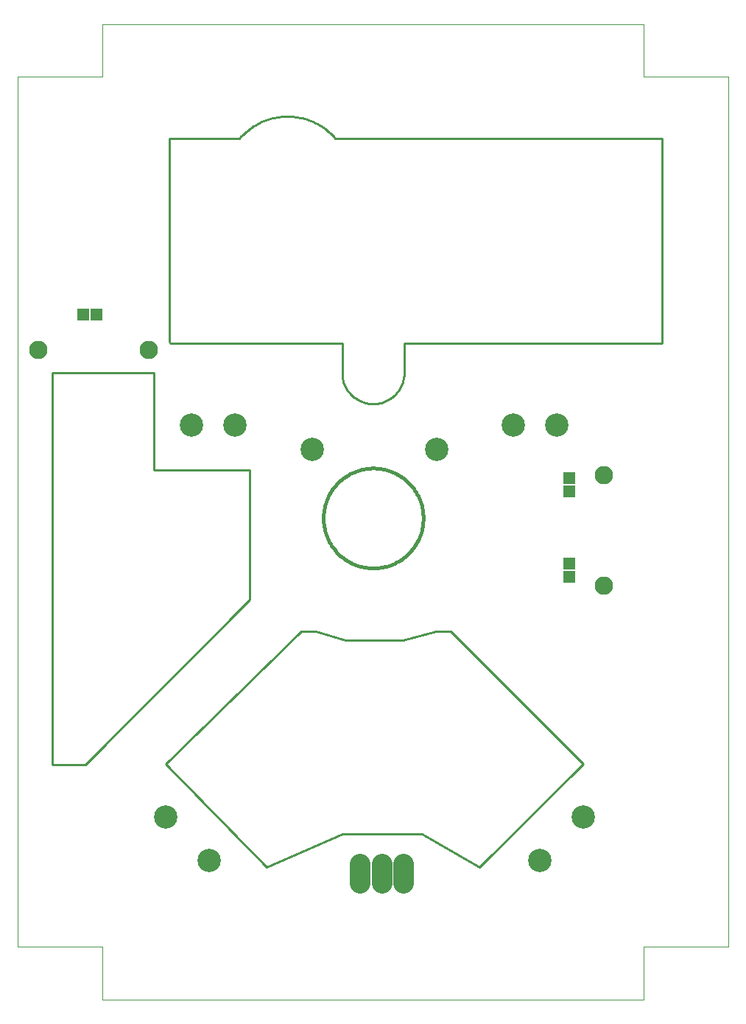
<source format=gts>
G75*
%MOIN*%
%OFA0B0*%
%FSLAX24Y24*%
%IPPOS*%
%LPD*%
%AMOC8*
5,1,8,0,0,1.08239X$1,22.5*
%
%ADD10C,0.0000*%
%ADD11C,0.0100*%
%ADD12C,0.0160*%
%ADD13C,0.0828*%
%ADD14C,0.0936*%
%ADD15R,0.0575X0.0575*%
%ADD16C,0.1054*%
D10*
X000100Y002483D02*
X000100Y041849D01*
X003939Y041849D01*
X003941Y041849D01*
X003941Y044233D01*
X028437Y044233D01*
X028437Y041849D01*
X032277Y041849D01*
X032277Y002484D01*
X028437Y002484D01*
X028437Y000100D01*
X028437Y000100D01*
X003941Y000100D01*
X003941Y002484D01*
X000100Y002484D01*
X000100Y002483D02*
X000103Y002483D01*
X003939Y041849D02*
X003941Y041849D01*
X032139Y041852D02*
X032277Y041849D01*
D11*
X029234Y039076D02*
X014470Y039076D01*
X014401Y039154D01*
X014328Y039229D01*
X014253Y039302D01*
X014175Y039371D01*
X014095Y039438D01*
X014012Y039502D01*
X013927Y039563D01*
X013840Y039621D01*
X013751Y039675D01*
X013659Y039726D01*
X013566Y039774D01*
X013472Y039818D01*
X013376Y039859D01*
X013278Y039896D01*
X013179Y039930D01*
X013079Y039960D01*
X012978Y039987D01*
X012876Y040009D01*
X012773Y040028D01*
X012670Y040044D01*
X012566Y040055D01*
X012462Y040063D01*
X012357Y040067D01*
X012253Y040067D01*
X012148Y040063D01*
X012044Y040055D01*
X011940Y040044D01*
X011837Y040028D01*
X011734Y040009D01*
X011632Y039987D01*
X011531Y039960D01*
X011431Y039930D01*
X011332Y039896D01*
X011234Y039859D01*
X011138Y039818D01*
X011044Y039774D01*
X010951Y039726D01*
X010859Y039675D01*
X010770Y039621D01*
X010683Y039563D01*
X010598Y039502D01*
X010515Y039438D01*
X010435Y039371D01*
X010357Y039302D01*
X010282Y039229D01*
X010209Y039154D01*
X010140Y039076D01*
X010139Y039076D02*
X006990Y039076D01*
X006950Y039050D02*
X006950Y029850D01*
X007000Y029800D02*
X014800Y029800D01*
X014800Y028350D01*
X014786Y028328D02*
X014795Y028255D01*
X014808Y028182D01*
X014825Y028110D01*
X014845Y028040D01*
X014870Y027970D01*
X014898Y027901D01*
X014929Y027835D01*
X014964Y027770D01*
X015002Y027706D01*
X015044Y027645D01*
X015088Y027587D01*
X015136Y027530D01*
X015187Y027477D01*
X015240Y027426D01*
X015296Y027378D01*
X015355Y027332D01*
X015415Y027290D01*
X015478Y027252D01*
X015543Y027216D01*
X015610Y027184D01*
X015678Y027156D01*
X015747Y027131D01*
X015818Y027110D01*
X015890Y027093D01*
X015962Y027079D01*
X016036Y027070D01*
X016109Y027064D01*
X016183Y027062D01*
X016257Y027064D01*
X016330Y027070D01*
X016404Y027079D01*
X016476Y027093D01*
X016548Y027110D01*
X016619Y027131D01*
X016688Y027156D01*
X016756Y027184D01*
X016823Y027216D01*
X016888Y027252D01*
X016951Y027290D01*
X017011Y027332D01*
X017070Y027378D01*
X017126Y027426D01*
X017179Y027477D01*
X017230Y027530D01*
X017278Y027587D01*
X017322Y027645D01*
X017364Y027706D01*
X017402Y027770D01*
X017437Y027835D01*
X017468Y027901D01*
X017496Y027970D01*
X017521Y028040D01*
X017541Y028110D01*
X017558Y028182D01*
X017571Y028255D01*
X017580Y028328D01*
X017600Y028350D02*
X017600Y029800D01*
X029250Y029800D01*
X029250Y039050D01*
X019704Y016776D02*
X019031Y016776D01*
X017532Y016352D01*
X014943Y016352D01*
X013589Y016776D01*
X012919Y016776D01*
X006793Y010769D01*
X011368Y006104D01*
X014784Y007601D01*
X018384Y007601D01*
X021009Y006104D01*
X025691Y010769D01*
X019704Y016776D01*
X010609Y018182D02*
X010609Y024072D01*
X006257Y024072D01*
X006257Y028450D01*
X001678Y028450D01*
X001678Y010733D01*
X003163Y010733D01*
X010609Y018182D01*
D12*
X013930Y021887D02*
X013932Y021982D01*
X013938Y022076D01*
X013948Y022170D01*
X013962Y022264D01*
X013979Y022357D01*
X014001Y022449D01*
X014027Y022541D01*
X014056Y022631D01*
X014089Y022719D01*
X014125Y022807D01*
X014166Y022892D01*
X014210Y022976D01*
X014257Y023058D01*
X014308Y023138D01*
X014362Y023216D01*
X014419Y023291D01*
X014479Y023364D01*
X014543Y023435D01*
X014609Y023502D01*
X014678Y023567D01*
X014750Y023629D01*
X014824Y023688D01*
X014901Y023744D01*
X014979Y023796D01*
X015060Y023845D01*
X015143Y023891D01*
X015228Y023933D01*
X015315Y023971D01*
X015403Y024006D01*
X015492Y024037D01*
X015583Y024065D01*
X015675Y024088D01*
X015767Y024108D01*
X015861Y024124D01*
X015955Y024136D01*
X016049Y024144D01*
X016144Y024148D01*
X016238Y024148D01*
X016333Y024144D01*
X016427Y024136D01*
X016521Y024124D01*
X016615Y024108D01*
X016707Y024088D01*
X016799Y024065D01*
X016890Y024037D01*
X016979Y024006D01*
X017067Y023971D01*
X017154Y023933D01*
X017239Y023891D01*
X017321Y023845D01*
X017403Y023796D01*
X017481Y023744D01*
X017558Y023688D01*
X017632Y023629D01*
X017704Y023567D01*
X017773Y023502D01*
X017839Y023435D01*
X017903Y023364D01*
X017963Y023291D01*
X018020Y023216D01*
X018074Y023138D01*
X018125Y023058D01*
X018172Y022976D01*
X018216Y022892D01*
X018257Y022807D01*
X018293Y022719D01*
X018326Y022631D01*
X018355Y022541D01*
X018381Y022449D01*
X018403Y022357D01*
X018420Y022264D01*
X018434Y022170D01*
X018444Y022076D01*
X018450Y021982D01*
X018452Y021887D01*
X018450Y021792D01*
X018444Y021698D01*
X018434Y021604D01*
X018420Y021510D01*
X018403Y021417D01*
X018381Y021325D01*
X018355Y021233D01*
X018326Y021143D01*
X018293Y021055D01*
X018257Y020967D01*
X018216Y020882D01*
X018172Y020798D01*
X018125Y020716D01*
X018074Y020636D01*
X018020Y020558D01*
X017963Y020483D01*
X017903Y020410D01*
X017839Y020339D01*
X017773Y020272D01*
X017704Y020207D01*
X017632Y020145D01*
X017558Y020086D01*
X017481Y020030D01*
X017403Y019978D01*
X017322Y019929D01*
X017239Y019883D01*
X017154Y019841D01*
X017067Y019803D01*
X016979Y019768D01*
X016890Y019737D01*
X016799Y019709D01*
X016707Y019686D01*
X016615Y019666D01*
X016521Y019650D01*
X016427Y019638D01*
X016333Y019630D01*
X016238Y019626D01*
X016144Y019626D01*
X016049Y019630D01*
X015955Y019638D01*
X015861Y019650D01*
X015767Y019666D01*
X015675Y019686D01*
X015583Y019709D01*
X015492Y019737D01*
X015403Y019768D01*
X015315Y019803D01*
X015228Y019841D01*
X015143Y019883D01*
X015061Y019929D01*
X014979Y019978D01*
X014901Y020030D01*
X014824Y020086D01*
X014750Y020145D01*
X014678Y020207D01*
X014609Y020272D01*
X014543Y020339D01*
X014479Y020410D01*
X014419Y020483D01*
X014362Y020558D01*
X014308Y020636D01*
X014257Y020716D01*
X014210Y020798D01*
X014166Y020882D01*
X014125Y020967D01*
X014089Y021055D01*
X014056Y021143D01*
X014027Y021233D01*
X014001Y021325D01*
X013979Y021417D01*
X013962Y021510D01*
X013948Y021604D01*
X013938Y021698D01*
X013932Y021792D01*
X013930Y021887D01*
D13*
X006021Y029513D03*
X001021Y029513D03*
X026631Y023836D03*
X026631Y018836D03*
D14*
X017571Y006232D02*
X017571Y005376D01*
X016587Y005376D02*
X016587Y006232D01*
X015602Y006232D02*
X015602Y005376D01*
D15*
X025068Y019241D03*
X025068Y019841D03*
X025051Y023090D03*
X025051Y023690D03*
X003663Y031104D03*
X003063Y031104D03*
D16*
X007974Y026084D03*
X009943Y026084D03*
X013427Y024982D03*
X019057Y024982D03*
X022541Y026084D03*
X024509Y026084D03*
X025691Y008368D03*
X023722Y006399D03*
X008761Y006399D03*
X006793Y008368D03*
M02*

</source>
